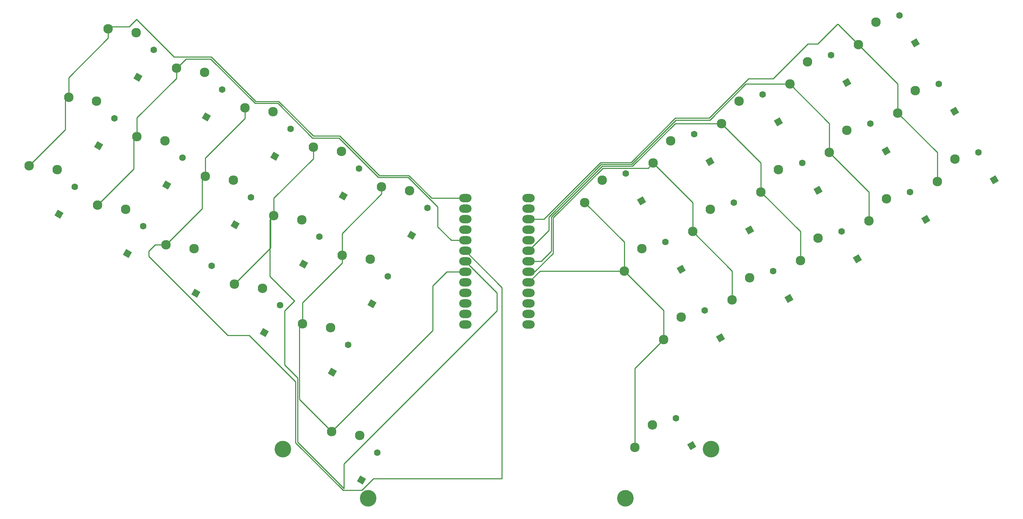
<source format=gbr>
%TF.GenerationSoftware,KiCad,Pcbnew,7.0.8*%
%TF.CreationDate,2023-12-03T22:10:45-05:00*%
%TF.ProjectId,4900_keeb_for_me,34393030-5f6b-4656-9562-5f666f725f6d,rev?*%
%TF.SameCoordinates,Original*%
%TF.FileFunction,Copper,L1,Top*%
%TF.FilePolarity,Positive*%
%FSLAX46Y46*%
G04 Gerber Fmt 4.6, Leading zero omitted, Abs format (unit mm)*
G04 Created by KiCad (PCBNEW 7.0.8) date 2023-12-03 22:10:45*
%MOMM*%
%LPD*%
G01*
G04 APERTURE LIST*
G04 Aperture macros list*
%AMHorizOval*
0 Thick line with rounded ends*
0 $1 width*
0 $2 $3 position (X,Y) of the first rounded end (center of the circle)*
0 $4 $5 position (X,Y) of the second rounded end (center of the circle)*
0 Add line between two ends*
20,1,$1,$2,$3,$4,$5,0*
0 Add two circle primitives to create the rounded ends*
1,1,$1,$2,$3*
1,1,$1,$4,$5*%
%AMRotRect*
0 Rectangle, with rotation*
0 The origin of the aperture is its center*
0 $1 length*
0 $2 width*
0 $3 Rotation angle, in degrees counterclockwise*
0 Add horizontal line*
21,1,$1,$2,0,0,$3*%
G04 Aperture macros list end*
%TA.AperFunction,ComponentPad*%
%ADD10C,2.300000*%
%TD*%
%TA.AperFunction,ComponentPad*%
%ADD11C,4.000000*%
%TD*%
%TA.AperFunction,ComponentPad*%
%ADD12RotRect,1.600000X1.600000X60.000000*%
%TD*%
%TA.AperFunction,ComponentPad*%
%ADD13HorizOval,1.600000X0.000000X0.000000X0.000000X0.000000X0*%
%TD*%
%TA.AperFunction,ComponentPad*%
%ADD14RotRect,1.600000X1.600000X120.000000*%
%TD*%
%TA.AperFunction,ComponentPad*%
%ADD15HorizOval,1.600000X0.000000X0.000000X0.000000X0.000000X0*%
%TD*%
%TA.AperFunction,ComponentPad*%
%ADD16O,3.000000X2.000000*%
%TD*%
%TA.AperFunction,Conductor*%
%ADD17C,0.250000*%
%TD*%
G04 APERTURE END LIST*
D10*
%TO.P,SW3,2,2*%
%TO.N,Net-(D3-A)*%
X94796665Y-61588631D03*
%TO.P,SW3,1,1*%
%TO.N,/COL3*%
X88027403Y-60613335D03*
%TD*%
%TO.P,SW21,2,2*%
%TO.N,Net-(D21-A)*%
X42749897Y-75533363D03*
%TO.P,SW21,1,1*%
%TO.N,/COL1*%
X35980635Y-74558067D03*
%TD*%
%TO.P,SW22,2,2*%
%TO.N,Net-(D22-A)*%
X59247681Y-85058363D03*
%TO.P,SW22,1,1*%
%TO.N,/COL2*%
X52478419Y-84083067D03*
%TD*%
%TO.P,SW17,2,2*%
%TO.N,Net-(D17-A)*%
X200281061Y-85070579D03*
%TO.P,SW17,1,1*%
%TO.N,/COL7*%
X196051799Y-90445283D03*
%TD*%
%TO.P,SW27,2,2*%
%TO.N,Net-(D27-A)*%
X209804961Y-101569199D03*
%TO.P,SW27,1,1*%
%TO.N,/COL7*%
X205575699Y-106943903D03*
%TD*%
%TO.P,SW15,2,2*%
%TO.N,Net-(D15-A)*%
X118266033Y-97136063D03*
%TO.P,SW15,1,1*%
%TO.N,/COL5*%
X111496771Y-96160767D03*
%TD*%
%TO.P,SW29,2,2*%
%TO.N,Net-(D29-A)*%
X242800529Y-82519199D03*
%TO.P,SW29,1,1*%
%TO.N,/COL9*%
X238571267Y-87893903D03*
%TD*%
%TO.P,SW1,2,2*%
%TO.N,Net-(D1-A)*%
X61801097Y-42538631D03*
%TO.P,SW1,1,1*%
%TO.N,/COL1*%
X55031835Y-41563335D03*
%TD*%
%TO.P,SW12,2,2*%
%TO.N,Net-(D12-A)*%
X68772681Y-68561063D03*
%TO.P,SW12,1,1*%
%TO.N,/COL2*%
X62003419Y-67585767D03*
%TD*%
%TO.P,SW13,2,2*%
%TO.N,Net-(D13-A)*%
X85270465Y-78086063D03*
%TO.P,SW13,1,1*%
%TO.N,/COL3*%
X78501203Y-77110767D03*
%TD*%
%TO.P,SW6,2,2*%
%TO.N,Net-(D6-A)*%
X174258277Y-78098279D03*
%TO.P,SW6,1,1*%
%TO.N,/COL6*%
X170029015Y-83472983D03*
%TD*%
%TO.P,SW28,2,2*%
%TO.N,Net-(D28-A)*%
X226302745Y-92044199D03*
%TO.P,SW28,1,1*%
%TO.N,/COL8*%
X222073483Y-97418903D03*
%TD*%
%TO.P,SW9,2,2*%
%TO.N,Net-(D9-A)*%
X223751629Y-49523279D03*
%TO.P,SW9,1,1*%
%TO.N,/COL9*%
X219522367Y-54897983D03*
%TD*%
%TO.P,SW19,2,2*%
%TO.N,Net-(D19-A)*%
X233276629Y-66020579D03*
%TO.P,SW19,1,1*%
%TO.N,/COL9*%
X229047367Y-71395283D03*
%TD*%
%TO.P,SW20,2,2*%
%TO.N,Net-(D20-A)*%
X249774413Y-56495579D03*
%TO.P,SW20,1,1*%
%TO.N,/COL10*%
X245545151Y-61870283D03*
%TD*%
D11*
%TO.P,S32,*%
%TO.N,*%
X179856827Y-154787490D03*
X200479057Y-142881240D03*
%TD*%
D10*
%TO.P,SW31,2,2*%
%TO.N,Net-(D31-A)*%
X115715017Y-139656983D03*
%TO.P,SW31,1,1*%
%TO.N,/COL5*%
X108945755Y-138681687D03*
%TD*%
%TO.P,SW7,2,2*%
%TO.N,Net-(D7-A)*%
X190756061Y-68573279D03*
%TO.P,SW7,1,1*%
%TO.N,/COL7*%
X186526799Y-73947983D03*
%TD*%
%TO.P,SW4,2,2*%
%TO.N,Net-(D4-A)*%
X111294449Y-71113631D03*
%TO.P,SW4,1,1*%
%TO.N,/COL4*%
X104525187Y-70138335D03*
%TD*%
%TO.P,SW5,2,2*%
%TO.N,Net-(D5-A)*%
X127792233Y-80638631D03*
%TO.P,SW5,1,1*%
%TO.N,/COL5*%
X121022971Y-79663335D03*
%TD*%
%TO.P,SW18,2,2*%
%TO.N,Net-(D18-A)*%
X216778845Y-75545579D03*
%TO.P,SW18,1,1*%
%TO.N,/COL8*%
X212549583Y-80920283D03*
%TD*%
%TO.P,SW11,2,2*%
%TO.N,Net-(D11-A)*%
X52274897Y-59036063D03*
%TO.P,SW11,1,1*%
%TO.N,/COL1*%
X45505635Y-58060767D03*
%TD*%
%TO.P,SW2,2,2*%
%TO.N,Net-(D2-A)*%
X78298881Y-52063631D03*
%TO.P,SW2,1,1*%
%TO.N,/COL2*%
X71529619Y-51088335D03*
%TD*%
%TO.P,SW23,2,2*%
%TO.N,Net-(D23-A)*%
X75745465Y-94583363D03*
%TO.P,SW23,1,1*%
%TO.N,/COL3*%
X68976203Y-93608067D03*
%TD*%
%TO.P,SW14,2,2*%
%TO.N,Net-(D14-A)*%
X101768249Y-87611063D03*
%TO.P,SW14,1,1*%
%TO.N,/COL4*%
X94998987Y-86635767D03*
%TD*%
%TO.P,SW24,2,2*%
%TO.N,Net-(D24-A)*%
X92243249Y-104108363D03*
%TO.P,SW24,1,1*%
%TO.N,/COL4*%
X85473987Y-103133067D03*
%TD*%
D11*
%TO.P,S31,*%
%TO.N,*%
X97170843Y-142881240D03*
X117793073Y-154787490D03*
%TD*%
D10*
%TO.P,SW25,2,2*%
%TO.N,Net-(D25-A)*%
X108741033Y-113633363D03*
%TO.P,SW25,1,1*%
%TO.N,/COL5*%
X101971771Y-112658067D03*
%TD*%
%TO.P,SW8,2,2*%
%TO.N,Net-(D8-A)*%
X207253845Y-59048279D03*
%TO.P,SW8,1,1*%
%TO.N,/COL8*%
X203024583Y-64422983D03*
%TD*%
%TO.P,SW16,2,2*%
%TO.N,Net-(D16-A)*%
X183783277Y-94595579D03*
%TO.P,SW16,1,1*%
%TO.N,/COL6*%
X179554015Y-99970283D03*
%TD*%
%TO.P,SW32,2,2*%
%TO.N,Net-(D32-A)*%
X186334393Y-137116983D03*
%TO.P,SW32,1,1*%
%TO.N,/COL6*%
X182105131Y-142491687D03*
%TD*%
%TO.P,SW10,2,2*%
%TO.N,Net-(D10-A)*%
X240249413Y-39998279D03*
%TO.P,SW10,1,1*%
%TO.N,/COL10*%
X236020151Y-45372983D03*
%TD*%
%TO.P,SW30,2,2*%
%TO.N,Net-(D30-A)*%
X259298313Y-72994199D03*
%TO.P,SW30,1,1*%
%TO.N,/COL10*%
X255069051Y-78368903D03*
%TD*%
%TO.P,SW26,2,2*%
%TO.N,Net-(D26-A)*%
X193307177Y-111094199D03*
%TO.P,SW26,1,1*%
%TO.N,/COL6*%
X189077915Y-116468903D03*
%TD*%
D12*
%TO.P,D21,1,K*%
%TO.N,/ROW3*%
X43181947Y-86253776D03*
D13*
%TO.P,D21,2,A*%
%TO.N,Net-(D21-A)*%
X46991947Y-79654662D03*
%TD*%
D14*
%TO.P,D16,1,K*%
%TO.N,/ROW2*%
X193283452Y-99581619D03*
D15*
%TO.P,D16,2,A*%
%TO.N,Net-(D16-A)*%
X189473452Y-92982505D03*
%TD*%
D14*
%TO.P,D7,1,K*%
%TO.N,/ROW1*%
X200256235Y-73559319D03*
D15*
%TO.P,D7,2,A*%
%TO.N,Net-(D7-A)*%
X196446235Y-66960205D03*
%TD*%
D12*
%TO.P,D11,1,K*%
%TO.N,/ROW2*%
X52706947Y-69756476D03*
D13*
%TO.P,D11,2,A*%
%TO.N,Net-(D11-A)*%
X56516947Y-63157362D03*
%TD*%
D12*
%TO.P,D15,1,K*%
%TO.N,/ROW2*%
X118698083Y-107856476D03*
D13*
%TO.P,D15,2,A*%
%TO.N,Net-(D15-A)*%
X122508083Y-101257362D03*
%TD*%
D14*
%TO.P,D18,1,K*%
%TO.N,/ROW2*%
X226279020Y-80531619D03*
D15*
%TO.P,D18,2,A*%
%TO.N,Net-(D18-A)*%
X222469020Y-73932505D03*
%TD*%
D14*
%TO.P,D17,1,K*%
%TO.N,/ROW2*%
X209781236Y-90056619D03*
D15*
%TO.P,D17,2,A*%
%TO.N,Net-(D17-A)*%
X205971236Y-83457505D03*
%TD*%
D14*
%TO.P,D28,1,K*%
%TO.N,/ROW3*%
X235802920Y-97030239D03*
D15*
%TO.P,D28,2,A*%
%TO.N,Net-(D28-A)*%
X231992920Y-90431125D03*
%TD*%
D12*
%TO.P,D2,1,K*%
%TO.N,/ROW1*%
X78730931Y-62784044D03*
D13*
%TO.P,D2,2,A*%
%TO.N,Net-(D2-A)*%
X82540931Y-56184930D03*
%TD*%
D12*
%TO.P,D1,1,K*%
%TO.N,/ROW1*%
X62233147Y-53259044D03*
D13*
%TO.P,D1,2,A*%
%TO.N,Net-(D1-A)*%
X66043147Y-46659930D03*
%TD*%
D12*
%TO.P,D25,1,K*%
%TO.N,/ROW3*%
X109173083Y-124353776D03*
D13*
%TO.P,D25,2,A*%
%TO.N,Net-(D25-A)*%
X112983083Y-117754662D03*
%TD*%
D14*
%TO.P,D19,1,K*%
%TO.N,/ROW2*%
X242776804Y-71006619D03*
D15*
%TO.P,D19,2,A*%
%TO.N,Net-(D19-A)*%
X238966804Y-64407505D03*
%TD*%
D12*
%TO.P,D24,1,K*%
%TO.N,/ROW3*%
X92675299Y-114828776D03*
D13*
%TO.P,D24,2,A*%
%TO.N,Net-(D24-A)*%
X96485299Y-108229662D03*
%TD*%
D12*
%TO.P,D31,1,K*%
%TO.N,/ROW4*%
X116147067Y-150377396D03*
D13*
%TO.P,D31,2,A*%
%TO.N,Net-(D31-A)*%
X119957067Y-143778282D03*
%TD*%
D12*
%TO.P,D22,1,K*%
%TO.N,/ROW3*%
X59679731Y-95778776D03*
D13*
%TO.P,D22,2,A*%
%TO.N,Net-(D22-A)*%
X63489731Y-89179662D03*
%TD*%
D14*
%TO.P,D30,1,K*%
%TO.N,/ROW3*%
X268798488Y-77980239D03*
D15*
%TO.P,D30,2,A*%
%TO.N,Net-(D30-A)*%
X264988488Y-71381125D03*
%TD*%
D14*
%TO.P,D29,1,K*%
%TO.N,/ROW3*%
X252300704Y-87505239D03*
D15*
%TO.P,D29,2,A*%
%TO.N,Net-(D29-A)*%
X248490704Y-80906125D03*
%TD*%
D12*
%TO.P,D3,1,K*%
%TO.N,/ROW1*%
X95228715Y-72309044D03*
D13*
%TO.P,D3,2,A*%
%TO.N,Net-(D3-A)*%
X99038715Y-65709930D03*
%TD*%
D16*
%TO.P,U1,26,D10*%
%TO.N,/COL1*%
X141204950Y-82420000D03*
%TO.P,U1,25,MOSI*%
%TO.N,unconnected-(U1-MOSI-Pad25)*%
X141204950Y-84960000D03*
%TO.P,U1,24,MISO*%
%TO.N,unconnected-(U1-MISO-Pad24)*%
X141204950Y-87500000D03*
%TO.P,U1,23,SCK*%
%TO.N,unconnected-(U1-SCK-Pad23)*%
X141204950Y-90040000D03*
%TO.P,U1,22,A0*%
%TO.N,/COL2*%
X141204950Y-92580000D03*
%TO.P,U1,21,A1*%
%TO.N,/COL3*%
X141204950Y-95120000D03*
%TO.P,U1,20,A2*%
%TO.N,/COL4*%
X141204950Y-97660000D03*
%TO.P,U1,19,A3*%
%TO.N,/COL5*%
X141204950Y-100200000D03*
%TO.P,U1,18,3V3*%
%TO.N,+3V3*%
X141204950Y-102740000D03*
%TO.P,U1,17,RESET*%
%TO.N,unconnected-(U1-RESET-Pad17)*%
X141204950Y-105280000D03*
%TO.P,U1,16,GND*%
%TO.N,GND*%
X141204950Y-107820000D03*
%TO.P,U1,15,RAW*%
%TO.N,unconnected-(U1-RAW-Pad15)*%
X141204950Y-110360000D03*
%TO.P,U1,14,D-*%
%TO.N,unconnected-(U1-D--Pad14)*%
X141204950Y-112900000D03*
%TO.P,U1,13,D9*%
%TO.N,/ROW4*%
X156444950Y-112900000D03*
%TO.P,U1,12,D8*%
%TO.N,/ROW3*%
X156444950Y-110360000D03*
%TO.P,U1,11,D7*%
%TO.N,/ROW2*%
X156444950Y-107820000D03*
%TO.P,U1,10,D6*%
%TO.N,/ROW1*%
X156444950Y-105280000D03*
%TO.P,U1,9,D5*%
%TO.N,/COL6*%
X156444950Y-102740000D03*
%TO.P,U1,8,D4*%
%TO.N,/COL7*%
X156444950Y-100200000D03*
%TO.P,U1,7,D3*%
%TO.N,/COL8*%
X156444950Y-97660000D03*
%TO.P,U1,6,D2*%
%TO.N,/COL9*%
X156444950Y-95120000D03*
%TO.P,U1,5,GND*%
%TO.N,GND*%
X156444950Y-92580000D03*
%TO.P,U1,4,GND*%
X156444950Y-90040000D03*
%TO.P,U1,3,D1*%
%TO.N,/COL10*%
X156444950Y-87500000D03*
%TO.P,U1,2,D0*%
%TO.N,unconnected-(U1-D0-Pad2)*%
X156444950Y-84960000D03*
%TO.P,U1,1,D+*%
%TO.N,unconnected-(U1-D+-Pad1)*%
X156444950Y-82420000D03*
%TD*%
D12*
%TO.P,D5,1,K*%
%TO.N,/ROW1*%
X128224283Y-91359044D03*
D13*
%TO.P,D5,2,A*%
%TO.N,Net-(D5-A)*%
X132034283Y-84759930D03*
%TD*%
D14*
%TO.P,D27,1,K*%
%TO.N,/ROW3*%
X219305136Y-106555239D03*
D15*
%TO.P,D27,2,A*%
%TO.N,Net-(D27-A)*%
X215495136Y-99956125D03*
%TD*%
D12*
%TO.P,D13,1,K*%
%TO.N,/ROW2*%
X85702515Y-88806476D03*
D13*
%TO.P,D13,2,A*%
%TO.N,Net-(D13-A)*%
X89512515Y-82207362D03*
%TD*%
D12*
%TO.P,D23,1,K*%
%TO.N,/ROW3*%
X76177515Y-105303776D03*
D13*
%TO.P,D23,2,A*%
%TO.N,Net-(D23-A)*%
X79987515Y-98704662D03*
%TD*%
D14*
%TO.P,D26,1,K*%
%TO.N,/ROW3*%
X202807352Y-116080239D03*
D15*
%TO.P,D26,2,A*%
%TO.N,Net-(D26-A)*%
X198997352Y-109481125D03*
%TD*%
D14*
%TO.P,D20,1,K*%
%TO.N,/ROW2*%
X259274588Y-61481619D03*
D15*
%TO.P,D20,2,A*%
%TO.N,Net-(D20-A)*%
X255464588Y-54882505D03*
%TD*%
D12*
%TO.P,D14,1,K*%
%TO.N,/ROW2*%
X102200299Y-98331476D03*
D13*
%TO.P,D14,2,A*%
%TO.N,Net-(D14-A)*%
X106010299Y-91732362D03*
%TD*%
D14*
%TO.P,D8,1,K*%
%TO.N,/ROW1*%
X216754019Y-64034319D03*
D15*
%TO.P,D8,2,A*%
%TO.N,Net-(D8-A)*%
X212944019Y-57435205D03*
%TD*%
D14*
%TO.P,D6,1,K*%
%TO.N,/ROW1*%
X183758451Y-83084319D03*
D15*
%TO.P,D6,2,A*%
%TO.N,Net-(D6-A)*%
X179948451Y-76485205D03*
%TD*%
D14*
%TO.P,D10,1,K*%
%TO.N,/ROW1*%
X249749587Y-44984319D03*
D15*
%TO.P,D10,2,A*%
%TO.N,Net-(D10-A)*%
X245939587Y-38385205D03*
%TD*%
D12*
%TO.P,D4,1,K*%
%TO.N,/ROW1*%
X111726499Y-81834044D03*
D13*
%TO.P,D4,2,A*%
%TO.N,Net-(D4-A)*%
X115536499Y-75234930D03*
%TD*%
D14*
%TO.P,D32,1,K*%
%TO.N,/ROW4*%
X195834568Y-142103023D03*
D15*
%TO.P,D32,2,A*%
%TO.N,Net-(D32-A)*%
X192024568Y-135503909D03*
%TD*%
D14*
%TO.P,D9,1,K*%
%TO.N,/ROW1*%
X233251803Y-54509319D03*
D15*
%TO.P,D9,2,A*%
%TO.N,Net-(D9-A)*%
X229441803Y-47910205D03*
%TD*%
D12*
%TO.P,D12,1,K*%
%TO.N,/ROW2*%
X69204731Y-79281476D03*
D13*
%TO.P,D12,2,A*%
%TO.N,Net-(D12-A)*%
X73014731Y-72682362D03*
%TD*%
D17*
%TO.N,/COL6*%
X159214667Y-99970283D02*
X156444950Y-102740000D01*
X179554015Y-99970283D02*
X159214667Y-99970283D01*
%TO.N,/COL7*%
X157941098Y-100200000D02*
X156444950Y-100200000D01*
X162416083Y-95725015D02*
X157941098Y-100200000D01*
X162416083Y-87143105D02*
X162416083Y-95725015D01*
X174390438Y-75168750D02*
X162416083Y-87143105D01*
X185306032Y-75168750D02*
X174390438Y-75168750D01*
X186526799Y-73947983D02*
X185306032Y-75168750D01*
%TO.N,/COL8*%
X159515000Y-97660000D02*
X156444950Y-97660000D01*
X161966083Y-95208917D02*
X159515000Y-97660000D01*
X174204042Y-74718750D02*
X161966083Y-86956709D01*
X181515517Y-74718750D02*
X174204042Y-74718750D01*
X191815571Y-64418696D02*
X181515517Y-74718750D01*
X191819858Y-64422983D02*
X191815571Y-64418696D01*
X161966083Y-86956709D02*
X161966083Y-95208917D01*
X203024583Y-64422983D02*
X191819858Y-64422983D01*
%TO.N,/COL9*%
X174017646Y-74268750D02*
X161370771Y-86915625D01*
X161370771Y-90194179D02*
X156444950Y-95120000D01*
X200211396Y-63553125D02*
X192044746Y-63553125D01*
X181329121Y-74268750D02*
X174017646Y-74268750D01*
X208866538Y-54897983D02*
X200211396Y-63553125D01*
X219522367Y-54897983D02*
X208866538Y-54897983D01*
X192044746Y-63553125D02*
X181329121Y-74268750D01*
X161370771Y-86915625D02*
X161370771Y-90194179D01*
%TO.N,/COL10*%
X160150000Y-87500000D02*
X156444950Y-87500000D01*
X173831250Y-73818750D02*
X160150000Y-87500000D01*
X181142725Y-73818750D02*
X173831250Y-73818750D01*
X191858350Y-63103125D02*
X181142725Y-73818750D01*
X200025000Y-63103125D02*
X191858350Y-63103125D01*
X209550000Y-53578125D02*
X200025000Y-63103125D01*
X215503125Y-53578125D02*
X209550000Y-53578125D01*
X226218750Y-45243750D02*
X223837500Y-45243750D01*
X231128418Y-40481250D02*
X230981250Y-40481250D01*
X230981250Y-40481250D02*
X226218750Y-45243750D01*
X223837500Y-45243750D02*
X215503125Y-53578125D01*
X236020151Y-45372983D02*
X231128418Y-40481250D01*
%TO.N,/COL3*%
X150018750Y-103933800D02*
X141204950Y-95120000D01*
X150018750Y-150018750D02*
X150018750Y-103933800D01*
X119062500Y-150018750D02*
X150018750Y-150018750D01*
X116231250Y-152850000D02*
X119062500Y-150018750D01*
X111732354Y-152850000D02*
X116231250Y-152850000D01*
X100261202Y-141378848D02*
X111732354Y-152850000D01*
X83865239Y-115490625D02*
X89090090Y-115490625D01*
X89090090Y-115490625D02*
X100261202Y-126661737D01*
X100261202Y-126661737D02*
X100261202Y-141378848D01*
X64844434Y-96469820D02*
X83865239Y-115490625D01*
X66403289Y-93608067D02*
X64844434Y-95166922D01*
X64844434Y-95166922D02*
X64844434Y-96469820D01*
X68976203Y-93608067D02*
X66403289Y-93608067D01*
%TO.N,/COL1*%
X133062646Y-82420000D02*
X141204950Y-82420000D01*
X120439521Y-76940625D02*
X127583271Y-76940625D01*
X110914521Y-67415625D02*
X120439521Y-76940625D01*
X127583271Y-76940625D02*
X133062646Y-82420000D01*
X104523103Y-67415625D02*
X110914521Y-67415625D01*
X96188728Y-59081250D02*
X104523103Y-67415625D01*
X70987500Y-48365625D02*
X79958271Y-48365625D01*
X79958271Y-48365625D02*
X90673896Y-59081250D01*
X61912500Y-39290625D02*
X70987500Y-48365625D01*
X60134588Y-41068537D02*
X61912500Y-39290625D01*
X55031835Y-41563335D02*
X55526633Y-41068537D01*
X55526633Y-41068537D02*
X60134588Y-41068537D01*
X90673896Y-59081250D02*
X96188728Y-59081250D01*
%TO.N,/COL2*%
X137823750Y-92580000D02*
X141204950Y-92580000D01*
X134540625Y-89296875D02*
X137823750Y-92580000D01*
X134540625Y-84534375D02*
X134540625Y-89296875D01*
X127396875Y-77390625D02*
X134540625Y-84534375D01*
X120253125Y-77390625D02*
X127396875Y-77390625D01*
X110728125Y-67865625D02*
X120253125Y-77390625D01*
X104336707Y-67865625D02*
X110728125Y-67865625D01*
X96002332Y-59531250D02*
X104336707Y-67865625D01*
X90487500Y-59531250D02*
X96002332Y-59531250D01*
X79771875Y-48815625D02*
X90487500Y-59531250D01*
X73818750Y-48815625D02*
X79771875Y-48815625D01*
X72040838Y-50593537D02*
X73818750Y-48815625D01*
X72024417Y-50593537D02*
X72040838Y-50593537D01*
X71529619Y-51088335D02*
X72024417Y-50593537D01*
%TO.N,/COL4*%
X148828125Y-105283175D02*
X141204950Y-97660000D01*
X148828125Y-109537500D02*
X148828125Y-105283175D01*
X111918750Y-146446875D02*
X148828125Y-109537500D01*
X111918750Y-152400000D02*
X111918750Y-146446875D01*
X97631250Y-122634375D02*
X100711202Y-125714327D01*
X97631250Y-109537500D02*
X97631250Y-122634375D01*
X100012500Y-107156250D02*
X97631250Y-109537500D01*
X100711202Y-141192452D02*
X111918750Y-152400000D01*
X94093119Y-87541635D02*
X94093119Y-101236869D01*
X100711202Y-125714327D02*
X100711202Y-141192452D01*
X94998987Y-86635767D02*
X94093119Y-87541635D01*
X94093119Y-101236869D02*
X100012500Y-107156250D01*
%TO.N,/COL5*%
X136734375Y-100200000D02*
X141204950Y-100200000D01*
X133350000Y-103584375D02*
X136734375Y-100200000D01*
X133350000Y-114277442D02*
X133350000Y-103584375D01*
X108945755Y-138681687D02*
X133350000Y-114277442D01*
%TO.N,/COL10*%
X255069051Y-71394183D02*
X255069051Y-78368903D01*
X245545151Y-61870283D02*
X255069051Y-71394183D01*
X245545151Y-54897983D02*
X245545151Y-61870283D01*
X236020151Y-45372983D02*
X245545151Y-54897983D01*
%TO.N,/COL9*%
X238571267Y-80919183D02*
X238571267Y-87893903D01*
X229047367Y-71395283D02*
X238571267Y-80919183D01*
X229047367Y-64422983D02*
X229047367Y-71395283D01*
X219522367Y-54897983D02*
X229047367Y-64422983D01*
%TO.N,/COL8*%
X222073483Y-90444183D02*
X222073483Y-97418903D01*
X212549583Y-80920283D02*
X222073483Y-90444183D01*
X212549583Y-73947983D02*
X212549583Y-80920283D01*
X203024583Y-64422983D02*
X212549583Y-73947983D01*
%TO.N,/COL7*%
X205575699Y-99969183D02*
X205575699Y-106943903D01*
X196051799Y-90445283D02*
X205575699Y-99969183D01*
X196051799Y-83472983D02*
X196051799Y-90445283D01*
X186526799Y-73947983D02*
X196051799Y-83472983D01*
%TO.N,/COL6*%
X182105131Y-123441687D02*
X182105131Y-142491687D01*
X189077915Y-116468903D02*
X182105131Y-123441687D01*
X189077915Y-109494183D02*
X189077915Y-116468903D01*
X179554015Y-99970283D02*
X189077915Y-109494183D01*
X179554015Y-92997983D02*
X179554015Y-99970283D01*
X170029015Y-83472983D02*
X179554015Y-92997983D01*
%TO.N,/COL5*%
X101161202Y-130897134D02*
X108945755Y-138681687D01*
X101161202Y-113468636D02*
X101161202Y-130897134D01*
X101971771Y-112658067D02*
X101161202Y-113468636D01*
X101971771Y-107578229D02*
X101971771Y-112658067D01*
X111496771Y-96160767D02*
X111496771Y-98053229D01*
X111496771Y-98053229D02*
X101971771Y-107578229D01*
X111496771Y-90909479D02*
X111496771Y-96160767D01*
X121022971Y-81383279D02*
X111496771Y-90909479D01*
X121022971Y-79663335D02*
X121022971Y-81383279D01*
%TO.N,/COL4*%
X94188418Y-94418636D02*
X85473987Y-103133067D01*
X94188418Y-87446336D02*
X94188418Y-94418636D01*
X94998987Y-86635767D02*
X94188418Y-87446336D01*
X94998987Y-82404138D02*
X94998987Y-86635767D01*
X104525187Y-72877938D02*
X94998987Y-82404138D01*
X104525187Y-70138335D02*
X104525187Y-72877938D01*
%TO.N,/COL3*%
X77690634Y-84893636D02*
X68976203Y-93608067D01*
X77690634Y-77921336D02*
X77690634Y-84893636D01*
X78501203Y-77110767D02*
X77690634Y-77921336D01*
X78501203Y-72708172D02*
X78501203Y-77110767D01*
X88027403Y-63181972D02*
X78501203Y-72708172D01*
X88027403Y-60613335D02*
X88027403Y-63181972D01*
%TO.N,/COL2*%
X61192850Y-75368636D02*
X52478419Y-84083067D01*
X61192850Y-68396336D02*
X61192850Y-75368636D01*
X62003419Y-67585767D02*
X61192850Y-68396336D01*
X62003419Y-63012206D02*
X62003419Y-67585767D01*
X71529619Y-51088335D02*
X71529619Y-53486006D01*
X71529619Y-53486006D02*
X62003419Y-63012206D01*
%TO.N,/COL1*%
X44695066Y-65843636D02*
X35980635Y-74558067D01*
X44695066Y-58871336D02*
X44695066Y-65843636D01*
X45505635Y-58060767D02*
X44695066Y-58871336D01*
X45505635Y-53316240D02*
X45505635Y-58060767D01*
X55031835Y-43790040D02*
X45505635Y-53316240D01*
X55031835Y-41563335D02*
X55031835Y-43790040D01*
%TD*%
M02*

</source>
